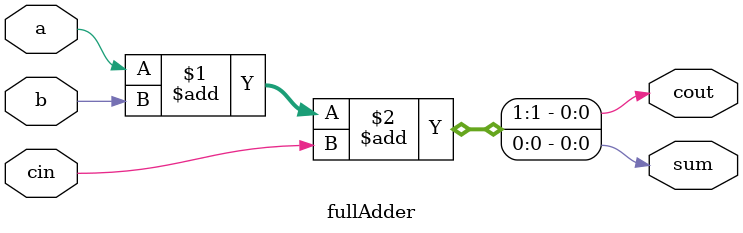
<source format=v>

`timescale 1ns/1ns

module fullAdder (
   input  a,
   input  b,
   input  cin,
   output sum,
   output cout
);

 assign {cout,sum} = a+b+cin;
  
 endmodule
</source>
